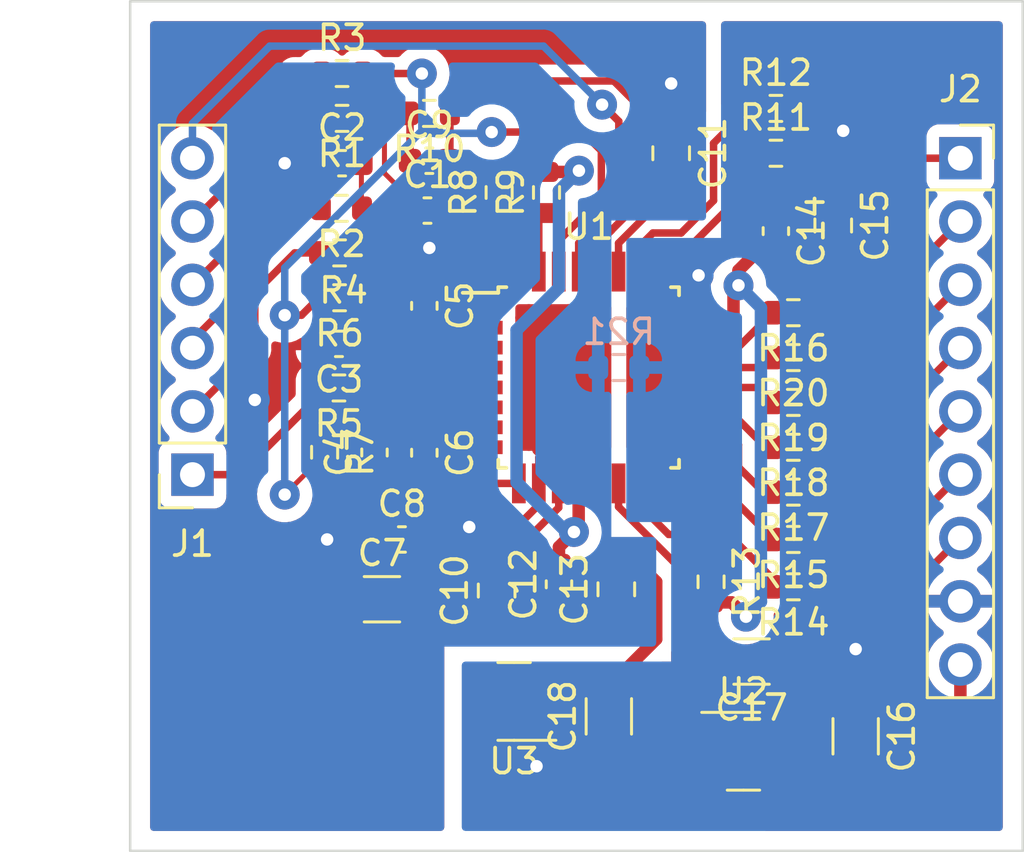
<source format=kicad_pcb>
(kicad_pcb (version 20211014) (generator pcbnew)
  (layers (0 "F.Cu" signal) (31 "B.Cu" signal) (34 "B.Paste" user) (35 "F.Paste" user) (36 "B.SilkS" user "B.Silkscreen") (37 "F.SilkS" user "F.Silkscreen") (38 "B.Mask" user) (39 "F.Mask" user) (44 "Edge.Cuts" user))
  (net 0 "")
  (net 1 "IN1N")
  (net 2 "GNDA")
  (net 3 "IN1P")
  (net 4 "IN2N")
  (net 5 "IN2P")
  (net 6 "Net-(C5-Pad1)")
  (net 7 "Net-(C5-Pad2)")
  (net 8 "Net-(C6-Pad1)")
  (net 9 "Net-(C6-Pad2)")
  (net 10 "Net-(C7-Pad2)")
  (net 11 "RLD")
  (net 12 "Net-(C9-Pad2)")
  (net 13 "Net-(C10-Pad2)")
  (net 14 "Net-(C11-Pad2)")
  (net 15 "AVDD")
  (net 16 "GNDD")
  (net 17 "DVDD")
  (net 18 "Electrode_1_1")
  (net 19 "Electrode_1_2")
  (net 20 "Electrode_2_1")
  (net 21 "Electrode_2_2")
  (net 22 "Net-(R8-Pad1)")
  (net 23 "Net-(R9-Pad1)")
  (net 24 "Net-(R11-Pad1)")
  (net 25 "Net-(R12-Pad1)")
  (net 26 "Net-(R13-Pad1)")
  (net 27 "Net-(R14-Pad2)")
  (net 28 "Net-(R15-Pad2)")
  (net 29 "Net-(R16-Pad2)")
  (net 30 "Net-(R17-Pad2)")
  (net 31 "Net-(R18-Pad2)")
  (net 32 "Net-(R19-Pad2)")
  (net 33 "Net-(R20-Pad2)")
  (net 35 "VCC")
  (net 36 "DRDY")
  (net 37 "DOUT")
  (net 38 "SCLK")
  (net 39 "DIN")
  (net 40 "CS")
  (net 41 "START")
  (net 42 "PWND{slash}RESET")
  (net 43 "Test")
  (net 44 "Net-(J1-Pad5)")
  (footprint "Resistor_SMD:R_0603_1608Metric" (layer "F.Cu") (at 106.1975 49.04 180)
    (fp_text reference "R17" (at 0 -1.43) (layer "F.SilkS"))
    (fp_text value "100R")
    (pad "1" smd roundrect (at -0.825 0 180) (size 0.8 0.95) (layers "F.Cu" "F.Paste" "F.Mask") (net 40 "CS"))
    (pad "2" smd roundrect (at 0.825 0 180) (size 0.8 0.95) (layers "F.Cu" "F.Paste" "F.Mask") (net 30 "Net-(R17-Pad2)"))
  )
  (footprint "Capacitor_SMD:C_1206_3216Metric" (layer "F.Cu") (at 104.5225 55.84 180)
    (fp_text reference "C17" (at 0 -1.85) (layer "F.SilkS"))
    (fp_text value "10uF")
    (pad "1" smd roundrect (at -1.475 0 180) (size 1.15 1.8) (layers "F.Cu" "F.Paste" "F.Mask") (roundrect_rratio 0.2173913043) (net 16 "GNDD"))
    (pad "2" smd roundrect (at 1.475 0 180) (size 1.15 1.8) (layers "F.Cu" "F.Paste" "F.Mask") (roundrect_rratio 0.2173913043) (net 17 "DVDD"))
  )
  (footprint "Resistor_SMD:R_0603_1608Metric" (layer "F.Cu") (at 88.0975 34.04 180)
    (fp_text reference "R1" (at 0 -1.43) (layer "F.SilkS"))
    (fp_text value "100k")
    (pad "1" smd roundrect (at -0.825 0 180) (size 0.8 0.95) (layers "F.Cu" "F.Paste" "F.Mask") (net 1 "IN1N"))
    (pad "2" smd roundrect (at 0.825 0 180) (size 0.8 0.95) (layers "F.Cu" "F.Paste" "F.Mask") (net 18 "Electrode_1_1"))
  )
  (footprint "Capacitor_SMD:C_0805_2012Metric" (layer "F.Cu") (at 107.7975 38.34 -90)
    (fp_text reference "C15" (at 0 -1.68 90) (layer "F.SilkS"))
    (fp_text value "1uF")
    (pad "1" smd roundrect (at -0.95 0 270) (size 1 1.45) (layers "F.Cu" "F.Paste" "F.Mask") (net 16 "GNDD"))
    (pad "2" smd roundrect (at 0.95 0 270) (size 1 1.45) (layers "F.Cu" "F.Paste" "F.Mask") (net 17 "DVDD"))
  )
  (footprint "Resistor_SMD:R_0603_1608Metric" (layer "F.Cu") (at 106.1975 45.44 180)
    (fp_text reference "R19" (at 0 -1.43) (layer "F.SilkS"))
    (fp_text value "100R")
    (pad "1" smd roundrect (at -0.825 0 180) (size 0.8 0.95) (layers "F.Cu" "F.Paste" "F.Mask") (net 38 "SCLK"))
    (pad "2" smd roundrect (at 0.825 0 180) (size 0.8 0.95) (layers "F.Cu" "F.Paste" "F.Mask") (net 32 "Net-(R19-Pad2)"))
  )
  (footprint "Resistor_SMD:R_0603_1608Metric" (layer "F.Cu") (at 106.1975 47.24 180)
    (fp_text reference "R18" (at 0 -1.43) (layer "F.SilkS"))
    (fp_text value "100R")
    (pad "1" smd roundrect (at -0.825 0 180) (size 0.8 0.95) (layers "F.Cu" "F.Paste" "F.Mask") (net 39 "DIN"))
    (pad "2" smd roundrect (at 0.825 0 180) (size 0.8 0.95) (layers "F.Cu" "F.Paste" "F.Mask") (net 31 "Net-(R18-Pad2)"))
  )
  (footprint "Capacitor_SMD:C_0603_1608Metric" (layer "F.Cu") (at 91.3975 41.565 -90)
    (fp_text reference "C5" (at 0 -1.43 90) (layer "F.SilkS"))
    (fp_text value "4.7nF")
    (pad "1" smd roundrect (at -0.775 0 270) (size 0.9 0.95) (layers "F.Cu" "F.Paste" "F.Mask") (net 6 "Net-(C5-Pad1)"))
    (pad "2" smd roundrect (at 0.775 0 270) (size 0.9 0.95) (layers "F.Cu" "F.Paste" "F.Mask") (net 7 "Net-(C5-Pad2)"))
  )
  (footprint "Resistor_SMD:R_0603_1608Metric" (layer "F.Cu") (at 106.1975 43.64 180)
    (fp_text reference "R20" (at 0 -1.43) (layer "F.SilkS"))
    (fp_text value "100R")
    (pad "1" smd roundrect (at -0.825 0 180) (size 0.8 0.95) (layers "F.Cu" "F.Paste" "F.Mask") (net 37 "DOUT"))
    (pad "2" smd roundrect (at 0.825 0 180) (size 0.8 0.95) (layers "F.Cu" "F.Paste" "F.Mask") (net 33 "Net-(R20-Pad2)"))
  )
  (footprint "Resistor_SMD:R_0603_1608Metric" (layer "F.Cu") (at 102.8975 52.64 -90)
    (fp_text reference "R13" (at 0 -1.43 90) (layer "F.SilkS"))
    (fp_text value "10k")
    (pad "1" smd roundrect (at -0.825 0 270) (size 0.8 0.95) (layers "F.Cu" "F.Paste" "F.Mask") (net 26 "Net-(R13-Pad1)"))
    (pad "2" smd roundrect (at 0.825 0 270) (size 0.8 0.95) (layers "F.Cu" "F.Paste" "F.Mask") (net 17 "DVDD"))
  )
  (footprint "Capacitor_SMD:C_0603_1608Metric" (layer "F.Cu") (at 87.9725 43.09 180)
    (fp_text reference "C3" (at 0 -1.43) (layer "F.SilkS"))
    (fp_text value "1nF")
    (pad "1" smd roundrect (at -0.775 0 180) (size 0.9 0.95) (layers "F.Cu" "F.Paste" "F.Mask") (net 4 "IN2N"))
    (pad "2" smd roundrect (at 0.775 0 180) (size 0.9 0.95) (layers "F.Cu" "F.Paste" "F.Mask") (net 2 "GNDA"))
  )
  (footprint "Capacitor_SMD:C_0805_2012Metric" (layer "F.Cu") (at 99.0975 52.94 90)
    (fp_text reference "C13" (at 0 -1.68 90) (layer "F.SilkS"))
    (fp_text value "1uF")
    (pad "1" smd roundrect (at -0.95 0 90) (size 1 1.45) (layers "F.Cu" "F.Paste" "F.Mask") (net 2 "GNDA"))
    (pad "2" smd roundrect (at 0.95 0 90) (size 1 1.45) (layers "F.Cu" "F.Paste" "F.Mask") (net 15 "AVDD"))
  )
  (footprint "Resistor_SMD:R_0603_1608Metric" (layer "F.Cu") (at 106.1975 41.84 180)
    (fp_text reference "R16" (at 0 -1.43) (layer "F.SilkS"))
    (fp_text value "100R")
    (pad "1" smd roundrect (at -0.825 0 180) (size 0.8 0.95) (layers "F.Cu" "F.Paste" "F.Mask") (net 36 "DRDY"))
    (pad "2" smd roundrect (at 0.825 0 180) (size 0.8 0.95) (layers "F.Cu" "F.Paste" "F.Mask") (net 29 "Net-(R16-Pad2)"))
  )
  (footprint "Capacitor_SMD:C_0603_1608Metric" (layer "F.Cu") (at 105.4975 38.565 -90)
    (fp_text reference "C14" (at 0 -1.43 90) (layer "F.SilkS"))
    (fp_text value "100nF")
    (pad "1" smd roundrect (at -0.775 0 270) (size 0.9 0.95) (layers "F.Cu" "F.Paste" "F.Mask") (net 16 "GNDD"))
    (pad "2" smd roundrect (at 0.775 0 270) (size 0.9 0.95) (layers "F.Cu" "F.Paste" "F.Mask") (net 17 "DVDD"))
  )
  (footprint "Resistor_SMD:R_0603_1608Metric" (layer "F.Cu") (at 88.0725 37.65 180)
    (fp_text reference "R2" (at 0 -1.43) (layer "F.SilkS"))
    (fp_text value "100k")
    (pad "1" smd roundrect (at -0.825 0 180) (size 0.8 0.95) (layers "F.Cu" "F.Paste" "F.Mask") (net 3 "IN1P"))
    (pad "2" smd roundrect (at 0.825 0 180) (size 0.8 0.95) (layers "F.Cu" "F.Paste" "F.Mask") (net 19 "Electrode_1_2"))
  )
  (footprint "Capacitor_SMD:C_0805_2012Metric" (layer "F.Cu") (at 101.2975 35.44 -90)
    (fp_text reference "C11" (at 0 -1.68 90) (layer "F.SilkS"))
    (fp_text value "1uF")
    (pad "1" smd roundrect (at -0.95 0 270) (size 1 1.45) (layers "F.Cu" "F.Paste" "F.Mask") (net 2 "GNDA"))
    (pad "2" smd roundrect (at 0.95 0 270) (size 1 1.45) (layers "F.Cu" "F.Paste" "F.Mask") (net 14 "Net-(C11-Pad2)"))
  )
  (footprint "Resistor_SMD:R_0603_1608Metric" (layer "F.Cu") (at 87.9975 39.44 180)
    (fp_text reference "R4" (at -0.16 -1.51) (layer "F.SilkS"))
    (fp_text value "100k")
    (pad "1" smd roundrect (at -0.825 0 180) (size 0.8 0.95) (layers "F.Cu" "F.Paste" "F.Mask") (net 4 "IN2N"))
    (pad "2" smd roundrect (at 0.825 0 180) (size 0.8 0.95) (layers "F.Cu" "F.Paste" "F.Mask") (net 20 "Electrode_2_1"))
  )
  (footprint "Resistor_SMD:R_0603_1608Metric" (layer "F.Cu") (at 87.3975 47.44 -90)
    (fp_text reference "R7" (at 0 -1.43 90) (layer "F.SilkS"))
    (fp_text value "10M")
    (pad "1" smd roundrect (at -0.825 0 270) (size 0.8 0.95) (layers "F.Cu" "F.Paste" "F.Mask") (net 5 "IN2P"))
    (pad "2" smd roundrect (at 0.825 0 270) (size 0.8 0.95) (layers "F.Cu" "F.Paste" "F.Mask") (net 11 "RLD"))
  )
  (footprint "Package_TO_SOT_SMD:SOT-23" (layer "F.Cu") (at 104.1975 59.44)
    (fp_text reference "U2" (at 0 -2.4) (layer "F.SilkS"))
    (fp_text value "MCP1703A-1202_SOT23")
    (pad "1" smd roundrect (at -0.9375 -0.95) (size 1.475 0.6) (layers "F.Cu" "F.Paste" "F.Mask") (net 16 "GNDD"))
    (pad "2" smd roundrect (at -0.9375 0.95) (size 1.475 0.6) (layers "F.Cu" "F.Paste" "F.Mask") (net 17 "DVDD"))
    (pad "3" smd roundrect (at 0.9375 0) (size 1.475 0.6) (layers "F.Cu" "F.Paste" "F.Mask") (net 35 "VCC"))
  )
  (footprint "Connector_PinSocket_2.54mm:PinSocket_1x06_P2.54mm_Vertical" (layer "F.Cu") (at 82.0975 48.34 180)
    (fp_text reference "J1" (at 0 -2.77) (layer "F.SilkS"))
    (fp_text value "Conn_01x06_Female")
    (pad "1" thru_hole rect (at 0 0 180) (size 1.7 1.7) (drill 1) (layers *.Cu *.Mask) (net 21 "Electrode_2_2"))
    (pad "2" thru_hole oval (at 0 2.54 180) (size 1.7 1.7) (drill 1) (layers *.Cu *.Mask) (net 20 "Electrode_2_1"))
    (pad "3" thru_hole oval (at 0 5.08 180) (size 1.7 1.7) (drill 1) (layers *.Cu *.Mask) (net 19 "Electrode_1_2"))
    (pad "4" thru_hole oval (at 0 7.62 180) (size 1.7 1.7) (drill 1) (layers *.Cu *.Mask) (net 18 "Electrode_1_1"))
    (pad "5" thru_hole oval (at 0 10.16 180) (size 1.7 1.7) (drill 1) (layers *.Cu *.Mask) (net 44 "Net-(J1-Pad5)"))
    (pad "6" thru_hole oval (at 0 12.7 180) (size 1.7 1.7) (drill 1) (layers *.Cu *.Mask) (net 43 "Test"))
  )
  (footprint "Connector_PinSocket_2.54mm:PinSocket_1x09_P2.54mm_Vertical" (layer "F.Cu") (at 112.8975 35.64)
    (fp_text reference "J2" (at 0 -2.77) (layer "F.SilkS"))
    (fp_text value "Digital")
    (pad "1" thru_hole rect (at 0 0) (size 1.7 1.7) (drill 1) (layers *.Cu *.Mask) (net 36 "DRDY"))
    (pad "2" thru_hole oval (at 0 2.54) (size 1.7 1.7) (drill 1) (layers *.Cu *.Mask) (net 37 "DOUT"))
    (pad "3" thru_hole oval (at 0 5.08) (size 1.7 1.7) (drill 1) (layers *.Cu *.Mask) (net 38 "SCLK"))
    (pad "4" thru_hole oval (at 0 7.62) (size 1.7 1.7) (drill 1) (layers *.Cu *.Mask) (net 39 "DIN"))
    (pad "5" thru_hole oval (at 0 10.16) (size 1.7 1.7) (drill 1) (layers *.Cu *.Mask) (net 40 "CS"))
    (pad "6" thru_hole oval (at 0 12.7) (size 1.7 1.7) (drill 1) (layers *.Cu *.Mask) (net 41 "START"))
    (pad "7" thru_hole oval (at 0 15.24) (size 1.7 1.7) (drill 1) (layers *.Cu *.Mask) (net 42 "PWND{slash}RESET"))
    (pad "8" thru_hole oval (at 0 17.78) (size 1.7 1.7) (drill 1) (layers *.Cu *.Mask) (net 16 "GNDD"))
    (pad "9" thru_hole oval (at 0 20.32) (size 1.7 1.7) (drill 1) (layers *.Cu *.Mask) (net 35 "VCC"))
  )
  (footprint "Capacitor_SMD:C_1206_3216Metric" (layer "F.Cu") (at 89.6975 53.34)
    (fp_text reference "C7" (at 0 -1.85) (layer "F.SilkS"))
    (fp_text value "10uF")
    (pad "1" smd roundrect (at -1.475 0) (size 1.15 1.8) (layers "F.Cu" "F.Paste" "F.Mask") (roundrect_rratio 0.2173913043) (net 2 "GNDA"))
    (pad "2" smd roundrect (at 1.475 0) (size 1.15 1.8) (layers "F.Cu" "F.Paste" "F.Mask") (roundrect_rratio 0.2173913043) (net 10 "Net-(C7-Pad2)"))
  )
  (footprint "Resistor_SMD:R_0603_1608Metric" (layer "F.Cu") (at 91.5975 33.84 180)
    (fp_text reference "R10" (at 0 -1.43) (layer "F.SilkS"))
    (fp_text value "1M")
    (pad "1" smd roundrect (at -0.825 0 180) (size 0.8 0.95) (layers "F.Cu" "F.Paste" "F.Mask") (net 12 "Net-(C9-Pad2)"))
    (pad "2" smd roundrect (at 0.825 0 180) (size 0.8 0.95) (layers "F.Cu" "F.Paste" "F.Mask") (net 11 "RLD"))
  )
  (footprint "Resistor_SMD:R_0603_1608Metric" (layer "F.Cu") (at 106.1975 50.94 180)
    (fp_text reference "R15" (at 0 -1.43) (layer "F.SilkS"))
    (fp_text value "100R")
    (pad "1" smd roundrect (at -0.825 0 180) (size 0.8 0.95) (layers "F.Cu" "F.Paste" "F.Mask") (net 41 "START"))
    (pad "2" smd roundrect (at 0.825 0 180) (size 0.8 0.95) (layers "F.Cu" "F.Paste" "F.Mask") (net 28 "Net-(R15-Pad2)"))
  )
  (footprint "Resistor_SMD:R_0603_1608Metric" (layer "F.Cu") (at 105.4975 33.64)
    (fp_text reference "R12" (at 0 -1.43) (layer "F.SilkS"))
    (fp_text value "10k")
    (pad "1" smd roundrect (at -0.825 0) (size 0.8 0.95) (layers "F.Cu" "F.Paste" "F.Mask") (net 25 "Net-(R12-Pad1)"))
    (pad "2" smd roundrect (at 0.825 0) (size 0.8 0.95) (layers "F.Cu" "F.Paste" "F.Mask") (net 16 "GNDD"))
  )
  (footprint "Capacitor_SMD:C_0603_1608Metric" (layer "F.Cu") (at 88.0975 35.84)
    (fp_text reference "C2" (at 0 -1.43) (layer "F.SilkS"))
    (fp_text value "1nF")
    (pad "1" smd roundrect (at -0.775 0) (size 0.9 0.95) (layers "F.Cu" "F.Paste" "F.Mask") (net 2 "GNDA"))
    (pad "2" smd roundrect (at 0.775 0) (size 0.9 0.95) (layers "F.Cu" "F.Paste" "F.Mask") (net 3 "IN1P"))
  )
  (footprint "Resistor_SMD:R_0603_1608Metric" (layer "F.Cu") (at 94.3975 37.015 90)
    (fp_text reference "R8" (at 0 -1.43 90) (layer "F.SilkS"))
    (fp_text value "10k")
    (pad "1" smd roundrect (at -0.825 0 90) (size 0.8 0.95) (layers "F.Cu" "F.Paste" "F.Mask") (net 22 "Net-(R8-Pad1)"))
    (pad "2" smd roundrect (at 0.825 0 90) (size 0.8 0.95) (layers "F.Cu" "F.Paste" "F.Mask") (net 15 "AVDD"))
  )
  (footprint "Package_QFP:TQFP-32_7x7mm_P0.8mm" (layer "F.Cu") (at 97.9875 44.44)
    (fp_text reference "U1" (at 0 -6.05) (layer "F.SilkS"))
    (fp_text value "ADS1292-TQFP-32")
    (pad "1" smd rect (at -4.25 -2.8) (size 1.6 0.55) (layers "F.Cu" "F.Paste" "F.Mask") (net 6 "Net-(C5-Pad1)"))
    (pad "2" smd rect (at -4.25 -2) (size 1.6 0.55) (layers "F.Cu" "F.Paste" "F.Mask") (net 7 "Net-(C5-Pad2)"))
    (pad "3" smd rect (at -4.25 -1.2) (size 1.6 0.55) (layers "F.Cu" "F.Paste" "F.Mask") (net 1 "IN1N"))
    (pad "4" smd rect (at -4.25 -0.4) (size 1.6 0.55) (layers "F.Cu" "F.Paste" "F.Mask") (net 3 "IN1P"))
    (pad "5" smd rect (at -4.25 0.4) (size 1.6 0.55) (layers "F.Cu" "F.Paste" "F.Mask") (net 4 "IN2N"))
    (pad "6" smd rect (at -4.25 1.2) (size 1.6 0.55) (layers "F.Cu" "F.Paste" "F.Mask") (net 5 "IN2P"))
    (pad "7" smd rect (at -4.25 2) (size 1.6 0.55) (layers "F.Cu" "F.Paste" "F.Mask") (net 8 "Net-(C6-Pad1)"))
    (pad "8" smd rect (at -4.25 2.8) (size 1.6 0.55) (layers "F.Cu" "F.Paste" "F.Mask") (net 9 "Net-(C6-Pad2)"))
    (pad "9" smd rect (at -2.8 4.25 90) (size 1.6 0.55) (layers "F.Cu" "F.Paste" "F.Mask") (net 10 "Net-(C7-Pad2)"))
    (pad "10" smd rect (at -2 4.25 90) (size 1.6 0.55) (layers "F.Cu" "F.Paste" "F.Mask") (net 2 "GNDA"))
    (pad "11" smd rect (at -1.2 4.25 90) (size 1.6 0.55) (layers "F.Cu" "F.Paste" "F.Mask") (net 13 "Net-(C10-Pad2)"))
    (pad "12" smd rect (at -0.4 4.25 90) (size 1.6 0.55) (layers "F.Cu" "F.Paste" "F.Mask") (net 15 "AVDD"))
    (pad "13" smd rect (at 0.4 4.25 90) (size 1.6 0.55) (layers "F.Cu" "F.Paste" "F.Mask") (net 2 "GNDA"))
    (pad "14" smd rect (at 1.2 4.25 90) (size 1.6 0.55) (layers "F.Cu" "F.Paste" "F.Mask") (net 26 "Net-(R13-Pad1)"))
    (pad "15" smd rect (at 2 4.25 90) (size 1.6 0.55) (layers "F.Cu" "F.Paste" "F.Mask") (net 27 "Net-(R14-Pad2)"))
    (pad "16" smd rect (at 2.8 4.25 90) (size 1.6 0.55) (layers "F.Cu" "F.Paste" "F.Mask") (net 28 "Net-(R15-Pad2)"))
    (pad "17" smd rect (at 4.25 2.8) (size 1.6 0.55) (layers "F.Cu" "F.Paste" "F.Mask"))
    (pad "18" smd rect (at 4.25 2) (size 1.6 0.55) (layers "F.Cu" "F.Paste" "F.Mask") (net 30 "Net-(R17-Pad2)"))
    (pad "19" smd rect (at 4.25 1.2) (size 1.6 0.55) (layers "F.Cu" "F.Paste" "F.Mask") (net 31 "Net-(R18-Pad2)"))
    (pad "20" smd rect (at 4.25 0.4) (size 1.6 0.55) (layers "F.Cu" "F.Paste" "F.Mask") (net 32 "Net-(R19-Pad2)"))
    (pad "21" smd rect (at 4.25 -0.4) (size 1.6 0.55) (layers "F.Cu" "F.Paste" "F.Mask") (net 33 "Net-(R20-Pad2)"))
    (pad "22" smd rect (at 4.25 -1.2) (size 1.6 0.55) (layers "F.Cu" "F.Paste" "F.Mask") (net 29 "Net-(R16-Pad2)"))
    (pad "23" smd rect (at 4.25 -2) (size 1.6 0.55) (layers "F.Cu" "F.Paste" "F.Mask") (net 17 "DVDD"))
    (pad "24" smd rect (at 4.25 -2.8) (size 1.6 0.55) (layers "F.Cu" "F.Paste" "F.Mask") (net 16 "GNDD"))
    (pad "25" smd rect (at 2.8 -4.25 90) (size 1.6 0.55) (layers "F.Cu" "F.Paste" "F.Mask") (net 24 "Net-(R11-Pad1)"))
    (pad "26" smd rect (at 2 -4.25 90) (size 1.6 0.55) (layers "F.Cu" "F.Paste" "F.Mask") (net 25 "Net-(R12-Pad1)"))
    (pad "27" smd rect (at 1.2 -4.25 90) (size 1.6 0.55) (layers "F.Cu" "F.Paste" "F.Mask") (net 14 "Net-(C11-Pad2)"))
    (pad "28" smd rect (at 0.4 -4.25 90) (size 1.6 0.55) (layers "F.Cu" "F.Paste" "F.Mask") (net 12 "Net-(C9-Pad2)"))
    (pad "29" smd rect (at -0.4 -4.25 90) (size 1.6 0.55) (layers "F.Cu" "F.Paste" "F.Mask") (net 43 "Test"))
    (pad "30" smd rect (at -1.2 -4.25 90) (size 1.6 0.55) (layers "F.Cu" "F.Paste" "F.Mask") (net 11 "RLD"))
    (pad "31" smd rect (at -2 -4.25 90) (size 1.6 0.55) (layers "F.Cu" "F.Paste" "F.Mask") (net 23 "Net-(R9-Pad1)"))
    (pad "32" smd rect (at -2.8 -4.25 90) (size 1.6 0.55) (layers "F.Cu" "F.Paste" "F.Mask") (net 22 "Net-(R8-Pad1)"))
  )
  (footprint "Capacitor_SMD:C_0603_1608Metric" (layer "F.Cu") (at 91.5975 35.74)
    (fp_text reference "C9" (at 0 -1.43) (layer "F.SilkS"))
    (fp_text value "1.5nF")
    (pad "1" smd roundrect (at -0.775 0) (size 0.9 0.95) (layers "F.Cu" "F.Paste" "F.Mask") (net 11 "RLD"))
    (pad "2" smd roundrect (at 0.775 0) (size 0.9 0.95) (layers "F.Cu" "F.Paste" "F.Mask") (net 12 "Net-(C9-Pad2)"))
  )
  (footprint "Capacitor_SMD:C_0805_2012Metric" (layer "F.Cu") (at 94.2975 52.99 90)
    (fp_text reference "C10" (at 0 -1.68 90) (layer "F.SilkS"))
    (fp_text value "1uF")
    (pad "1" smd roundrect (at -0.95 0 90) (size 1 1.45) (layers "F.Cu" "F.Paste" "F.Mask") (net 2 "GNDA"))
    (pad "2" smd roundrect (at 0.95 0 90) (size 1 1.45) (layers "F.Cu" "F.Paste" "F.Mask") (net 13 "Net-(C10-Pad2)"))
  )
  (footprint "Capacitor_SMD:C_0603_1608Metric" (layer "F.Cu") (at 96.7975 52.74 90)
    (fp_text reference "C12" (at 0 -1.43 90) (layer "F.SilkS"))
    (fp_text value "100nF")
    (pad "1" smd roundrect (at -0.775 0 90) (size 0.9 0.95) (layers "F.Cu" "F.Paste" "F.Mask") (net 2 "GNDA"))
    (pad "2" smd roundrect (at 0.775 0 90) (size 0.9 0.95) (layers "F.Cu" "F.Paste" "F.Mask") (net 15 "AVDD"))
  )
  (footprint "Resistor_SMD:R_0603_1608Metric" (layer "F.Cu") (at 87.9975 41.24 180)
    (fp_text reference "R6" (at 0 -1.43) (layer "F.SilkS"))
    (fp_text value "10M")
    (pad "1" smd roundrect (at -0.825 0 180) (size 0.8 0.95) (layers "F.Cu" "F.Paste" "F.Mask") (net 4 "IN2N"))
    (pad "2" smd roundrect (at 0.825 0 180) (size 0.8 0.95) (layers "F.Cu" "F.Paste" "F.Mask") (net 11 "RLD"))
  )
  (footprint "Capacitor_SMD:C_1206_3216Metric" (layer "F.Cu") (at 108.6975 58.84 -90)
    (fp_text reference "C16" (at 0 -1.85 90) (layer "F.SilkS"))
    (fp_text value "10uF")
    (pad "1" smd roundrect (at -1.475 0 270) (size 1.15 1.8) (layers "F.Cu" "F.Paste" "F.Mask") (roundrect_rratio 0.2173913043) (net 16 "GNDD"))
    (pad "2" smd roundrect (at 1.475 0 270) (size 1.15 1.8) (layers "F.Cu" "F.Paste" "F.Mask") (roundrect_rratio 0.2173913043) (net 35 "VCC"))
  )
  (footprint "Capacitor_SMD:C_1206_3216Metric" (layer "F.Cu") (at 98.7975 58.04 90)
    (fp_text reference "C18" (at 0 -1.85 90) (layer "F.SilkS"))
    (fp_text value "10uF")
    (pad "1" smd roundrect (at -1.475 0 90) (size 1.15 1.8) (layers "F.Cu" "F.Paste" "F.Mask") (roundrect_rratio 0.2173913043) (net 16 "GNDD"))
    (pad "2" smd roundrect (at 1.475 0 90) (size 1.15 1.8) (layers "F.Cu" "F.Paste" "F.Mask") (roundrect_rratio 0.2173913043) (net 15 "AVDD"))
  )
  (footprint "Capacitor_SMD:C_0603_1608Metric" (layer "F.Cu") (at 91.3975 47.46 -90)
    (fp_text reference "C6" (at 0 -1.43 90) (layer "F.SilkS"))
    (fp_text value "4.7nF")
    (pad "1" smd roundrect (at -0.775 0 270) (size 0.9 0.95) (layers "F.Cu" "F.Paste" "F.Mask") (net 8 "Net-(C6-Pad1)"))
    (pad "2" smd roundrect (at 0.775 0 270) (size 0.9 0.95) (layers "F.Cu" "F.Paste" "F.Mask") (net 9 "Net-(C6-Pad2)"))
  )
  (footprint "Resistor_SMD:R_0603_1608Metric" (layer "F.Cu") (at 106.1975 52.84 180)
    (fp_text reference "R14" (at 0 -1.43) (layer "F.SilkS"))
    (fp_text value "100R")
    (pad "1" smd roundrect (at -0.825 0 180) (size 0.8 0.95) (layers "F.Cu" "F.Paste" "F.Mask") (net 42 "PWND{slash}RESET"))
    (pad "2" smd roundrect (at 0.825 0 180) (size 0.8 0.95) (layers "F.Cu" "F.Paste" "F.Mask") (net 27 "Net-(R14-Pad2)"))
  )
  (footprint "Capacitor_SMD:C_0603_1608Metric" (layer "F.Cu") (at 90.4975 50.94)
    (fp_text reference "C8" (at 0 -1.43) (layer "F.SilkS"))
    (fp_text value "100nF")
    (pad "1" smd roundrect (at -0.775 0) (size 0.9 0.95) (layers "F.Cu" "F.Paste" "F.Mask") (net 2 "GNDA"))
    (pad "2" smd roundrect (at 0.775 0) (size 0.9 0.95) (layers "F.Cu" "F.Paste" "F.Mask") (net 10 "Net-(C7-Pad2)"))
  )
  (footprint "Capacitor_SMD:C_0603_1608Metric" (layer "F.Cu") (at 91.5225 37.74)
    (fp_text reference "C1" (at 0 -1.43) (layer "F.SilkS"))
    (fp_text value "1nF")
    (pad "1" smd roundrect (at -0.775 0) (size 0.9 0.95) (layers "F.Cu" "F.Paste" "F.Mask") (net 1 "IN1N"))
    (pad "2" smd roundrect (at 0.775 0) (size 0.9 0.95) (layers "F.Cu" "F.Paste" "F.Mask") (net 2 "GNDA"))
  )
  (footprint "Package_TO_SOT_SMD:SOT-23" (layer "F.Cu") (at 94.9975 57.44 180)
    (fp_text reference "U3" (at 0 -2.4) (layer "F.SilkS"))
    (fp_text value "MCP1703A-1202_SOT23")
    (pad "1" smd roundrect (at -0.9375 -0.95 180) (size 1.475 0.6) (layers "F.Cu" "F.Paste" "F.Mask") (net 16 "GNDD"))
    (pad "2" smd roundrect (at -0.9375 0.95 180) (size 1.475 0.6) (layers "F.Cu" "F.Paste" "F.Mask") (net 15 "AVDD"))
    (pad "3" smd roundrect (at 0.9375 0 180) (size 1.475 0.6) (layers "F.Cu" "F.Paste" "F.Mask") (net 35 "VCC"))
  )
  (footprint "Resistor_SMD:R_0603_1608Metric" (layer "F.Cu") (at 105.4975 35.44)
    (fp_text reference "R11" (at 0 -1.43) (layer "F.SilkS"))
    (fp_text value "10k")
    (pad "1" smd roundrect (at -0.825 0) (size 0.8 0.95) (layers "F.Cu" "F.Paste" "F.Mask") (net 24 "Net-(R11-Pad1)"))
    (pad "2" smd roundrect (at 0.825 0) (size 0.8 0.95) (layers "F.Cu" "F.Paste" "F.Mask") (net 16 "GNDD"))
  )
  (footprint "Capacitor_SMD:C_0603_1608Metric" (layer "F.Cu") (at 89.3975 47.45 90)
    (fp_text reference "C4" (at 0 -1.43 90) (layer "F.SilkS"))
    (fp_text value "1nF")
    (pad "1" smd roundrect (at -0.775 0 90) (size 0.9 0.95) (layers "F.Cu" "F.Paste" "F.Mask") (net 2 "GNDA"))
    (pad "2" smd roundrect (at 0.775 0 90) (size 0.9 0.95) (layers "F.Cu" "F.Paste" "F.Mask") (net 5 "IN2P"))
  )
  (footprint "Resistor_SMD:R_0603_1608Metric" (layer "F.Cu") (at 87.9725 44.86 180)
    (fp_text reference "R5" (at 0 -1.43) (layer "F.SilkS"))
    (fp_text value "100k")
    (pad "1" smd roundrect (at -0.825 0 180) (size 0.8 0.95) (layers "F.Cu" "F.Paste" "F.Mask") (net 5 "IN2P"))
    (pad "2" smd roundrect (at 0.825 0 180) (size 0.8 0.95) (layers "F.Cu" "F.Paste" "F.Mask") (net 21 "Electrode_2_2"))
  )
  (footprint "Resistor_SMD:R_0603_1608Metric" (layer "F.Cu") (at 88.0975 32.24)
    (fp_text reference "R3" (at 0 -1.43) (layer "F.SilkS"))
    (fp_text value "100k")
    (pad "1" smd roundrect (at -0.825 0) (size 0.8 0.95) (layers "F.Cu" "F.Paste" "F.Mask") (net 44 "Net-(J1-Pad5)"))
    (pad "2" smd roundrect (at 0.825 0) (size 0.8 0.95) (layers "F.Cu" "F.Paste" "F.Mask") (net 11 "RLD"))
  )
  (footprint "Resistor_SMD:R_0603_1608Metric" (layer "F.Cu") (at 96.2975 37.015 90)
    (fp_text reference "R9" (at 0 -1.43 90) (layer "F.SilkS"))
    (fp_text value "10k")
    (pad "1" smd roundrect (at -0.825 0 90) (size 0.8 0.95) (layers "F.Cu" "F.Paste" "F.Mask") (net 23 "Net-(R9-Pad1)"))
    (pad "2" smd roundrect (at 0.825 0 90) (size 0.8 0.95) (layers "F.Cu" "F.Paste" "F.Mask") (net 15 "AVDD"))
  )
  (footprint "Resistor_SMD:R_0603_1608Metric" (layer "B.Cu") (at 99.1975 44.04 180)
    (fp_text reference "R21" (at 0 1.43) (layer "B.SilkS") (effects (justify mirror)))
    (fp_text value "0R")
    (pad "1" smd roundrect (at -0.825 0 180) (size 0.8 0.95) (layers "B.Cu" "B.Paste" "B.Mask") (net 16 "GNDD"))
    (pad "2" smd roundrect (at 0.825 0 180) (size 0.8 0.95) (layers "B.Cu" "B.Paste" "B.Mask") (net 2 "GNDA"))
  )
  (gr_rect (start 79.5975 29.34) (end 115.3975 63.44) (layer "Edge.Cuts") (width 0.1) (fill none))
  (segment (start 90.7975 43.24) (end 90.2975 42.74) (width 0.2) (layer "F.Cu") (net 1))
  (segment (start 89.7975 36.24) (end 89.7975 34.915) (width 0.2) (layer "F.Cu") (net 1))
  (segment (start 90.2975 38.19) (end 90.7475 37.74) (width 0.2) (layer "F.Cu") (net 1))
  (segment (start 90.7475 37.74) (end 90.7475 37.19) (width 0.2) (layer "F.Cu") (net 1))
  (segment (start 93.7375 43.24) (end 90.7975 43.24) (width 0.2) (layer "F.Cu") (net 1))
  (segment (start 90.2975 42.74) (end 90.2975 38.19) (width 0.2) (layer "F.Cu") (net 1))
  (segment (start 89.7975 34.915) (end 88.9225 34.04) (width 0.2) (layer "F.Cu") (net 1))
  (segment (start 90.7475 37.19) (end 89.7975 36.24) (width 0.2) (layer "F.Cu") (net 1))
  (segment (start 95.9875 49.55) (end 95.9875 48.69) (width 0.3) (layer "F.Cu") (net 2))
  (segment (start 95.9875 48.69) (end 95.9875 47.65) (width 0.3) (layer "F.Cu") (net 2))
  (segment (start 97.8975 47.04) (end 98.3875 47.53) (width 0.3) (layer "F.Cu") (net 2))
  (segment (start 96.5975 47.04) (end 97.8975 47.04) (width 0.3) (layer "F.Cu") (net 2))
  (segment (start 95.0975 50.44) (end 95.9875 49.55) (width 0.3) (layer "F.Cu") (net 2))
  (segment (start 93.1975 50.44) (end 95.0975 50.44) (width 0.3) (layer "F.Cu") (net 2))
  (segment (start 98.3875 47.53) (end 98.3875 48.69) (width 0.3) (layer "F.Cu") (net 2))
  (segment (start 95.9875 47.65) (end 96.5975 47.04) (width 0.3) (layer "F.Cu") (net 2))
  (via (at 87.4975 50.94) (size 1.2) (drill 0.5) (layers "F.Cu" "B.Cu") (net 2))
  (via (at 101.2975 32.64) (size 1.2) (drill 0.5) (layers "F.Cu" "B.Cu") (net 2))
  (via (at 91.5975 39.24) (size 1.2) (drill 0.5) (layers "F.Cu" "B.Cu") (net 2))
  (via (at 85.7975 35.84) (size 1.2) (drill 0.5) (layers "F.Cu" "B.Cu") (net 2))
  (via (at 84.5975 45.34) (size 1.2) (drill 0.5) (layers "F.Cu" "B.Cu") (net 2))
  (via (at 93.1975 50.44) (size 1.2) (drill 0.5) (layers "F.Cu" "B.Cu") (net 2))
  (segment (start 88.8725 37.625) (end 88.8975 37.65) (width 0.2) (layer "F.Cu") (net 3))
  (segment (start 89.1075 37.65) (end 88.8975 37.65) (width 0.2) (layer "F.Cu") (net 3))
  (segment (start 88.8725 35.84) (end 88.8725 37.625) (width 0.2) (layer "F.Cu") (net 3))
  (segment (start 90.4975 44.04) (end 89.6975 43.24) (width 0.2) (layer "F.Cu") (net 3))
  (segment (start 89.6975 38.45) (end 88.8975 37.65) (width 0.2) (layer "F.Cu") (net 3))
  (segment (start 93.7375 44.04) (end 90.4975 44.04) (width 0.2) (layer "F.Cu") (net 3))
  (segment (start 89.6975 43.24) (end 89.6975 38.45) (width 0.2) (layer "F.Cu") (net 3))
  (segment (start 88.8225 41.24) (end 88.8225 39.44) (width 0.2) (layer "F.Cu") (net 4))
  (segment (start 88.7475 43.39) (end 88.7475 43.09) (width 0.2) (layer "F.Cu") (net 4))
  (segment (start 88.8475 39.49) (end 88.8975 39.44) (width 0.2) (layer "F.Cu") (net 4))
  (segment (start 88.7475 41.315) (end 88.8225 41.24) (width 0.2) (layer "F.Cu") (net 4))
  (segment (start 88.7475 43.09) (end 88.7475 41.315) (width 0.2) (layer "F.Cu") (net 4))
  (segment (start 90.1975 44.84) (end 88.7475 43.39) (width 0.2) (layer "F.Cu") (net 4))
  (segment (start 93.7375 44.84) (end 90.1975 44.84) (width 0.2) (layer "F.Cu") (net 4))
  (segment (start 89.5775 45.64) (end 89.5775 46.495) (width 0.2) (layer "F.Cu") (net 5))
  (segment (start 87.3975 46.615) (end 89.3375 46.615) (width 0.2) (layer "F.Cu") (net 5))
  (segment (start 89.3375 46.615) (end 89.3975 46.675) (width 0.2) (layer "F.Cu") (net 5))
  (segment (start 89.5775 46.495) (end 89.3975 46.675) (width 0.2) (layer "F.Cu") (net 5))
  (segment (start 93.7375 45.64) (end 89.5775 45.64) (width 0.2) (layer "F.Cu") (net 5))
  (segment (start 89.5775 45.64) (end 88.7975 44.86) (width 0.2) (layer "F.Cu") (net 5))
  (segment (start 92.2475 41.64) (end 91.3975 40.79) (width 0.3) (layer "F.Cu") (net 6))
  (segment (start 93.7375 41.64) (end 92.2475 41.64) (width 0.3) (layer "F.Cu") (net 6))
  (segment (start 91.4975 42.44) (end 91.3975 42.34) (width 0.3) (layer "F.Cu") (net 7))
  (segment (start 93.7375 42.44) (end 91.4975 42.44) (width 0.3) (layer "F.Cu") (net 7))
  (segment (start 93.7375 46.44) (end 91.6425 46.44) (width 0.3) (layer "F.Cu") (net 8))
  (segment (start 91.6425 46.44) (end 91.3975 46.685) (width 0.3) (layer "F.Cu") (net 8))
  (segment (start 93.7375 47.24) (end 92.3925 47.24) (width 0.3) (layer "F.Cu") (net 9))
  (segment (start 92.3925 47.24) (end 91.3975 48.235) (width 0.3) (layer "F.Cu") (net 9))
  (segment (start 91.3975 52.44) (end 91.2975 52.54) (width 0.3) (layer "F.Cu") (net 10))
  (segment (start 92.8475 48.69) (end 91.3975 50.14) (width 0.3) (layer "F.Cu") (net 10))
  (segment (start 95.1875 48.69) (end 92.8475 48.69) (width 0.3) (layer "F.Cu") (net 10))
  (segment (start 91.3975 50.14) (end 91.3975 52.44) (width 0.3) (layer "F.Cu") (net 10))
  (segment (start 94.0975 34.5895) (end 97.747 34.5895) (width 0.3) (layer "F.Cu") (net 11))
  (segment (start 88.9225 32.24) (end 91.2975 32.24) (width 0.3) (layer "F.Cu") (net 11))
  (segment (start 96.7875 38.95) (end 96.7875 40.19) (width 0.3) (layer "F.Cu") (net 11))
  (segment (start 87.3975 48.265) (end 87.8075 48.265) (width 0.2) (layer "F.Cu") (net 11))
  (segment (start 85.7975 41.94) (end 86.4725 41.94) (width 0.3) (layer "F.Cu") (net 11))
  (segment (start 98.4975 37.24) (end 96.7875 38.95) (width 0.3) (layer "F.Cu") (net 11))
  (segment (start 86.6725 48.265) (end 87.3975 48.265) (width 0.2) (layer "F.Cu") (net 11))
  (segment (start 86.4725 41.94) (end 87.1725 41.24) (width 0.3) (layer "F.Cu") (net 11))
  (segment (start 97.747 34.5895) (end 98.4975 35.34) (width 0.3) (layer "F.Cu") (net 11))
  (segment (start 90.8225 33.89) (end 90.7725 33.84) (width 0.3) (layer "F.Cu") (net 11))
  (segment (start 98.4975 35.34) (end 98.4975 37.24) (width 0.3) (layer "F.Cu") (net 11))
  (segment (start 90.8225 35.74) (end 90.8225 33.89) (width 0.3) (layer "F.Cu") (net 11))
  (segment (start 85.7975 49.14) (end 86.6725 48.265) (width 0.2) (layer "F.Cu") (net 11))
  (via (at 91.2975 32.24) (size 1.2) (drill 0.5) (layers "F.Cu" "B.Cu") (net 11))
  (via (at 85.7975 49.14) (size 1.2) (drill 0.5) (layers "F.Cu" "B.Cu") (net 11))
  (via (at 94.0975 34.5895) (size 1.2) (drill 0.5) (layers "F.Cu" "B.Cu") (net 11))
  (via (at 85.7975 41.94) (size 1.2) (drill 0.5) (layers "F.Cu" "B.Cu") (net 11))
  (segment (start 91.9975 34.64) (end 92.0975 34.64) (width 0.3) (layer "B.Cu") (net 11))
  (segment (start 91.2975 32.24) (end 91.2975 33.84) (width 0.3) (layer "B.Cu") (net 11))
  (segment (start 85.7975 41.94) (end 85.7975 49.14) (width 0.3) (layer "B.Cu") (net 11))
  (segment (start 94.047 34.64) (end 94.0975 34.5895) (width 0.3) (layer "B.Cu") (net 11))
  (segment (start 91.2975 33.84) (end 91.2975 34.14) (width 0.3) (layer "B.Cu") (net 11))
  (segment (start 91.1975 34.64) (end 91.9975 34.64) (width 0.3) (layer "B.Cu") (net 11))
  (segment (start 91.2975 33.84) (end 92.0975 34.64) (width 0.3) (layer "B.Cu") (net 11))
  (segment (start 91.2975 34.14) (end 91.7975 34.64) (width 0.3) (layer "B.Cu") (net 11))
  (segment (start 91.7975 34.64) (end 91.9975 34.64) (width 0.3) (layer "B.Cu") (net 11))
  (segment (start 91.2975 34.54) (end 91.1975 34.64) (width 0.3) (layer "B.Cu") (net 11))
  (segment (start 85.7975 40.04) (end 91.1975 34.64) (width 0.3) (layer "B.Cu") (net 11))
  (segment (start 85.7975 41.94) (end 85.7975 40.04) (width 0.3) (layer "B.Cu") (net 11))
  (segment (start 92.0975 34.64) (end 94.047 34.64) (width 0.3) (layer "B.Cu") (net 11))
  (segment (start 91.2975 34.14) (end 91.2975 34.54) (width 0.3) (layer "B.Cu") (net 11))
  (segment (start 99.7975 37.633572) (end 99.7975 33.34) (width 0.3) (layer "F.Cu") (net 12))
  (segment (start 93.7225 32.54) (end 92.4225 33.84) (width 0.3) (layer "F.Cu") (net 12))
  (segment (start 98.3875 40.19) (end 98.3875 39.05) (width 0.3) (layer "F.Cu") (net 12))
  (segment (start 98.9975 32.54) (end 93.7225 32.54) (width 0.3) (layer "F.Cu") (net 12))
  (segment (start 92.4225 35.69) (end 92.3725 35.74) (width 0.3) (layer "F.Cu") (net 12))
  (segment (start 92.4225 33.84) (end 92.4225 35.69) (width 0.3) (layer "F.Cu") (net 12))
  (segment (start 98.3875 39.05) (end 98.89798 38.53952) (width 0.3) (layer "F.Cu") (net 12))
  (segment (start 98.89798 38.53952) (end 98.89798 38.533093) (width 0.3) (layer "F.Cu") (net 12))
  (segment (start 99.7975 33.34) (end 98.9975 32.54) (width 0.3) (layer "F.Cu") (net 12))
  (segment (start 98.89798 38.533093) (end 99.7975 37.633572) (width 0.3) (layer "F.Cu") (net 12))
  (segment (start 94.2975 52.04) (end 94.4075 52.04) (width 0.3) (layer "F.Cu") (net 13))
  (segment (start 94.4075 52.04) (end 96.7875 49.66) (width 0.3) (layer "F.Cu") (net 13))
  (segment (start 96.7875 49.66) (end 96.7875 48.69) (width 0.3) (layer "F.Cu") (net 13))
  (segment (start 99.1875 39.05) (end 101.2975 36.94) (width 0.3) (layer "F.Cu") (net 14))
  (segment (start 101.2975 36.94) (end 101.2975 36.39) (width 0.3) (layer "F.Cu") (net 14))
  (segment (start 99.1875 40.19) (end 99.1875 39.05) (width 0.3) (layer "F.Cu") (net 14))
  (segment (start 100.6975 52.64) (end 100.0475 51.99) (width 0.5) (layer "F.Cu") (net 15))
  (segment (start 99.0725 56.565) (end 100.6975 54.94) (width 0.5) (layer "F.Cu") (net 15))
  (segment (start 97.3975 50.64) (end 97.5875 50.45) (width 0.5) (layer "F.Cu") (net 15))
  (segment (start 97.3975 50.64) (end 96.7975 51.24) (width 0.5) (layer "F.Cu") (net 15))
  (segment (start 94.3975 36.19) (end 96.2975 36.19) (width 0.5) (layer "F.Cu") (net 15))
  (segment (start 97.498 36.24) (end 97.448 36.19) (width 0.5) (layer "F.Cu") (net 15))
  (segment (start 100.6975 54.94) (end 100.6975 52.64) (width 0.5) (layer "F.Cu") (net 15))
  (segment (start 98.7225 56.49) (end 98.7975 56.565) (width 0.5) (layer "F.Cu") (net 15))
  (segment (start 100.0475 51.99) (end 99.0975 51.99) (width 0.5) (layer "F.Cu") (net 15))
  (segment (start 96.7975 51.24) (end 96.7975 51.965) (width 0.5) (layer "F.Cu") (net 15))
  (segment (start 95.935 56.49) (end 98.7225 56.49) (width 0.5) (layer "F.Cu") (net 15))
  (segment (start 98.7975 56.565) (end 99.0725 56.565) (width 0.5) (layer "F.Cu") (net 15))
  (segment (start 96.7975 51.965) (end 99.0725 51.965) (width 0.5) (layer "F.Cu") (net 15))
  (segment (start 97.5875 50.45) (end 97.5875 48.69) (width 0.5) (layer "F.Cu") (net 15))
  (segment (start 97.448 36.19) (end 96.2975 36.19) (width 0.5) (layer "F.Cu") (net 15))
  (segment (start 99.0725 51.965) (end 99.0975 51.99) (width 0.5) (layer "F.Cu") (net 15))
  (via (at 97.3975 50.64) (size 1.2) (drill 0.5) (layers "F.Cu" "B.Cu") (net 15))
  (via (at 97.5975 36.14) (size 1.2) (drill 0.5) (layers "F.Cu" "B.Cu") (net 15))
  (segment (start 97.3975 50.64) (end 97.0975 50.64) (width 0.5) (layer "B.Cu") (net 15))
  (segment (start 95.0975 48.64) (end 95.0975 42.54) (width 0.5) (layer "B.Cu") (net 15))
  (segment (start 97.0975 50.64) (end 95.0975 48.64) (width 0.5) (layer "B.Cu") (net 15))
  (segment (start 96.7975 36.9405) (end 97.498 36.24) (width 0.5) (layer "B.Cu") (net 15))
  (segment (start 95.0975 42.54) (end 96.7975 40.84) (width 0.5) (layer "B.Cu") (net 15))
  (segment (start 96.7975 40.84) (end 96.7975 36.9405) (width 0.5) (layer "B.Cu") (net 15))
  (segment (start 102.2375 41.64) (end 101.0975 41.64) (width 0.3) (layer "F.Cu") (net 16))
  (via (at 95.8975 60.04) (size 1.2) (drill 0.5) (layers "F.Cu" "B.Cu") (net 16))
  (via (at 108.1975 34.54) (size 1.2) (drill 0.5) (layers "F.Cu" "B.Cu") (net 16))
  (via (at 108.6975 55.34) (size 1.2) (drill 0.5) (layers "F.Cu" "B.Cu") (net 16))
  (via (at 102.3975 40.34) (size 1.2) (drill 0.5) (layers "F.Cu" "B.Cu") (net 16))
  (segment (start 103.26 60.39) (end 102.7475 60.39) (width 0.5) (layer "F.Cu") (net 17))
  (segment (start 102.7475 60.39) (end 101.5975 59.24) (width 0.5) (layer "F.Cu") (net 17))
  (segment (start 103.7975 40.94) (end 103.9975 40.74) (width 0.5) (layer "F.Cu") (net 17))
  (segment (start 107.7475 39.34) (end 107.7975 39.29) (width 0.5) (layer "F.Cu") (net 17))
  (segment (start 102.2375 42.44) (end 103.511522 42.44) (width 0.5) (layer "F.Cu") (net 17))
  (segment (start 103.9975 40.74) (end 103.9975 40.14) (width 0.5) (layer "F.Cu") (net 17))
  (segment (start 101.5975 59.24) (end 101.5975 57.29) (width 0.5) (layer "F.Cu") (net 17))
  (segment (start 104.7975 39.34) (end 107.7475 39.34) (width 0.5) (layer "F.Cu") (net 17))
  (segment (start 103.7975 42.154022) (end 103.7975 40.94) (width 0.5) (layer "F.Cu") (net 17))
  (segment (start 103.7225 53.465) (end 102.8975 53.465) (width 0.5) (layer "F.Cu") (net 17))
  (segment (start 104.2975 54.04) (end 103.7225 53.465) (width 0.5) (layer "F.Cu") (net 17))
  (segment (start 102.8975 55.69) (end 103.0475 55.84) (width 0.5) (layer "F.Cu") (net 17))
  (segment (start 102.8975 53.465) (end 102.8975 55.69) (width 0.5) (layer "F.Cu") (net 17))
  (segment (start 101.5975 57.29) (end 103.0475 55.84) (width 0.5) (layer "F.Cu") (net 17))
  (segment (start 103.9975 40.14) (end 104.7975 39.34) (width 0.5) (layer "F.Cu") (net 17))
  (segment (start 103.511522 42.44) (end 103.7975 42.154022) (width 0.5) (layer "F.Cu") (net 17))
  (via (at 104.2975 54.04) (size 1.2) (drill 0.5) (layers "F.Cu" "B.Cu") (net 17))
  (via (at 103.9975 40.74) (size 1.2) (drill 0.5) (layers "F.Cu" "B.Cu") (net 17))
  (segment (start 104.8975 53.44) (end 104.2975 54.04) (width 0.5) (layer "B.Cu") (net 17))
  (segment (start 103.9975 40.74) (end 104.8975 41.64) (width 0.5) (layer "B.Cu") (net 17))
  (segment (start 104.8975 41.64) (end 104.8975 53.44) (width 0.5) (layer "B.Cu") (net 17))
  (segment (start 84.4975 35.14) (end 84.4975 38.34) (width 0.3) (layer "F.Cu") (net 18))
  (segment (start 87.2725 34.04) (end 85.5975 34.04) (width 0.3) (layer "F.Cu") (net 18))
  (segment (start 82.1175 40.72) (end 82.0975 40.72) (width 0.3) (layer "F.Cu") (net 18))
  (segment (start 85.5975 34.04) (end 84.4975 35.14) (width 0.3) (layer "F.Cu") (net 18))
  (segment (start 84.4975 38.34) (end 82.1175 40.72) (width 0.3) (layer "F.Cu") (net 18))
  (segment (start 86.6875 37.65) (end 83.7975 40.54) (width 0.3) (layer "F.Cu") (net 19))
  (segment (start 87.2475 37.65) (end 86.6875 37.65) (width 0.3) (layer "F.Cu") (net 19))
  (segment (start 83.7975 40.54) (end 83.7975 41.24) (width 0.3) (layer "F.Cu") (net 19))
  (segment (start 82.0975 42.94) (end 82.0975 43.26) (width 0.3) (layer "F.Cu") (net 19))
  (segment (start 83.7975 41.24) (end 82.0975 42.94) (width 0.3) (layer "F.Cu") (net 19))
  (segment (start 84.5975 41.04) (end 84.5975 43.3) (width 0.3) (layer "F.Cu") (net 20))
  (segment (start 87.1725 39.44) (end 86.1975 39.44) (width 0.3) (layer "F.Cu") (net 20))
  (segment (start 86.1975 39.44) (end 84.5975 41.04) (width 0.3) (layer "F.Cu") (net 20))
  (segment (start 84.5975 43.3) (end 82.0975 45.8) (width 0.3) (layer "F.Cu") (net 20))
  (segment (start 83.9975 48.34) (end 82.4975 48.34) (width 0.3) (layer "F.Cu") (net 21))
  (segment (start 87.1475 45.19) (end 83.9975 48.34) (width 0.3) (layer "F.Cu") (net 21))
  (segment (start 87.1475 44.86) (end 87.1475 45.19) (width 0.3) (layer "F.Cu") (net 21))
  (segment (start 95.1875 40.13) (end 94.3975 39.34) (width 0.3) (layer "F.Cu") (net 22))
  (segment (start 95.1875 40.19) (end 95.1875 40.13) (width 0.3) (layer "F.Cu") (net 22))
  (segment (start 94.3975 39.34) (end 94.3975 37.84) (width 0.3) (layer "F.Cu") (net 22))
  (segment (start 95.9875 40.19) (end 95.9875 38.15) (width 0.3) (layer "F.Cu") (net 23))
  (segment (start 95.9875 38.15) (end 96.2975 37.84) (width 0.3) (layer "F.Cu") (net 23))
  (segment (start 103.5975 37.64) (end 103.5975 36.24) (width 0.3) (layer "F.Cu") (net 24))
  (segment (start 101.0475 40.19) (end 103.5975 37.64) (width 0.3) (layer "F.Cu") (net 24))
  (segment (start 104.3975 35.44) (end 104.6725 35.44) (width 0.3) (layer "F.Cu") (net 24))
  (segment (start 103.5975 36.24) (end 104.3975 35.44) (width 0.3) (layer "F.Cu") (net 24))
  (segment (start 100.7875 40.19) (end 101.0475 40.19) (width 0.3) (layer "F.Cu") (net 24))
  (segment (start 99.9875 40.19) (end 99.9875 39.215978) (width 0.3) (layer "F.Cu") (net 25))
  (segment (start 101.6975 38.64) (end 102.9975 37.34) (width 0.3) (layer "F.Cu") (net 25))
  (segment (start 102.9975 35.04) (end 104.3975 33.64) (width 0.3) (layer "F.Cu") (net 25))
  (segment (start 99.9875 39.215978) (end 100.563478 38.64) (width 0.3) (layer "F.Cu") (net 25))
  (segment (start 100.563478 38.64) (end 101.6975 38.64) (width 0.3) (layer "F.Cu") (net 25))
  (segment (start 104.3975 33.64) (end 104.6725 33.64) (width 0.3) (layer "F.Cu") (net 25))
  (segment (start 102.9975 37.34) (end 102.9975 35.04) (width 0.3) (layer "F.Cu") (net 25))
  (segment (start 101.3725 51.815) (end 102.8975 51.815) (width 0.3) (layer "F.Cu") (net 26))
  (segment (start 99.1875 48.69) (end 99.1875 49.63) (width 0.3) (layer "F.Cu") (net 26))
  (segment (start 99.1875 49.63) (end 101.3725 51.815) (width 0.3) (layer "F.Cu") (net 26))
  (segment (start 105.3725 52.515) (end 105.3725 52.84) (width 0.3) (layer "F.Cu") (net 27))
  (segment (start 103.5975 50.74) (end 105.3725 52.515) (width 0.3) (layer "F.Cu") (net 27))
  (segment (start 99.9975 49.54) (end 101.1975 50.74) (width 0.3) (layer "F.Cu") (net 27))
  (segment (start 101.1975 50.74) (end 103.5975 50.74) (width 0.3) (layer "F.Cu") (net 27))
  (segment (start 99.9875 48.69) (end 99.9975 48.7) (width 0.3) (layer "F.Cu") (net 27))
  (segment (start 99.9975 48.7) (end 99.9975 49.54) (width 0.3) (layer "F.Cu") (net 27))
  (segment (start 103.1475 48.69) (end 105.3725 50.915) (width 0.3) (layer "F.Cu") (net 28))
  (segment (start 100.7875 48.69) (end 103.1475 48.69) (width 0.3) (layer "F.Cu") (net 28))
  (segment (start 103.9725 43.24) (end 105.3725 41.84) (width 0.3) (layer "F.Cu") (net 29))
  (segment (start 102.2375 43.24) (end 103.9725 43.24) (width 0.3) (layer "F.Cu") (net 29))
  (segment (start 102.2375 46.44) (end 103.2975 46.44) (width 0.3) (layer "F.Cu") (net 30))
  (segment (start 103.9975 48.04) (end 104.9975 49.04) (width 0.3) (layer "F.Cu") (net 30))
  (segment (start 103.2975 46.44) (end 103.9975 47.14) (width 0.3) (layer "F.Cu") (net 30))
  (segment (start 104.9975 49.04) (end 105.3725 49.04) (width 0.3) (layer "F.Cu") (net 30))
  (segment (start 105.1975 49.04) (end 105.3725 49.04) (width 0.3) (layer "F.Cu") (net 30))
  (segment (start 103.9975 47.14) (end 103.9975 48.04) (width 0.3) (layer "F.Cu") (net 30))
  (segment (start 103.4975 45.64) (end 105.0975 47.24) (width 0.3) (layer "F.Cu") (net 31))
  (segment (start 102.2375 45.64) (end 103.4975 45.64) (width 0.3) (layer "F.Cu") (net 31))
  (segment (start 105.0975 47.24) (end 105.3725 47.24) (width 0.3) (layer "F.Cu") (net 31))
  (segment (start 105.3725 47.175) (end 105.3725 47.24) (width 0.3) (layer "F.Cu") (net 31))
  (segment (start 102.2375 44.84) (end 104.7725 44.84) (width 0.3) (layer "F.Cu") (net 32))
  (segment (start 104.7725 44.84) (end 105.3725 45.44) (width 0.3) (layer "F.Cu") (net 32))
  (segment (start 102.2375 44.04) (end 104.9725 44.04) (width 0.3) (layer "F.Cu") (net 33))
  (segment (start 104.9725 44.04) (end 105.3725 43.64) (width 0.3) (layer "F.Cu") (net 33))
  (segment (start 105.2725 43.54) (end 105.3725 43.64) (width 0.3) (layer "F.Cu") (net 33))
  (segment (start 110.8225 60.315) (end 112.8975 58.24) (width 0.5) (layer "F.Cu") (net 35))
  (segment (start 104.5975 61.74) (end 105.135 61.2025) (width 0.5) (layer "F.Cu") (net 35))
  (segment (start 104.5975 61.74) (end 95.1975 61.74) (width 0.5) (layer "F.Cu") (net 35))
  (segment (start 105.135 61.2025) (end 105.135 59.44) (width 0.5) (layer "F.Cu") (net 35))
  (segment (start 112.8975 58.24) (end 112.8975 55.96) (width 0.5) (layer "F.Cu") (net 35))
  (segment (start 108.2725 60.315) (end 107.3975 59.44) (width 0.5) (layer "F.Cu") (net 35))
  (segment (start 107.3975 59.44) (end 105.135 59.44) (width 0.5) (layer "F.Cu") (net 35))
  (segment (start 108.6975 60.315) (end 108.2725 60.315) (width 0.5) (layer "F.Cu") (net 35))
  (segment (start 94.06 60.6025) (end 94.06 57.44) (width 0.5) (layer "F.Cu") (net 35))
  (segment (start 95.1975 61.74) (end 94.06 60.6025) (width 0.5) (layer "F.Cu") (net 35))
  (segment (start 108.6975 60.315) (end 110.8225 60.315) (width 0.5) (layer "F.Cu") (net 35))
  (segment (start 109.6975 36.74) (end 110.7975 35.64) (width 0.3) (layer "F.Cu") (net 36))
  (segment (start 107.0225 41.84) (end 107.4975 41.84) (width 0.3) (layer "F.Cu") (net 36))
  (segment (start 107.4975 41.84) (end 109.6975 39.64) (width 0.3) (layer "F.Cu") (net 36))
  (segment (start 110.7975 35.64) (end 112.8975 35.64) (width 0.3) (layer "F.Cu") (net 36))
  (segment (start 109.6975 39.64) (end 109.6975 36.74) (width 0.3) (layer "F.Cu") (net 36))
  (segment (start 107.0225 43.64) (end 107.4375 43.64) (width 0.3) (layer "F.Cu") (net 37))
  (segment (start 107.4375 43.64) (end 112.8975 38.18) (width 0.3) (layer "F.Cu") (net 37))
  (segment (start 108.1775 45.44) (end 112.8975 40.72) (width 0.3) (layer "F.Cu") (net 38))
  (segment (start 107.0225 45.44) (end 108.1775 45.44) (width 0.3) (layer "F.Cu") (net 38))
  (segment (start 108.9175 47.24) (end 112.8975 43.26) (width 0.3) (layer "F.Cu") (net 39))
  (segment (start 107.0225 47.24) (end 108.9175 47.24) (width 0.3) (layer "F.Cu") (net 39))
  (segment (start 109.6575 49.04) (end 107.0225 49.04) (width 0.3) (layer "F.Cu") (net 40))
  (segment (start 112.8975 45.8) (end 109.6575 49.04) (width 0.3) (layer "F.Cu") (net 40))
  (segment (start 110.2975 50.94) (end 112.8975 48.34) (width 0.3) (layer "F.Cu") (net 41))
  (segment (start 107.0225 50.94) (end 110.2975 50.94) (width 0.3) (layer "F.Cu") (net 41))
  (segment (start 110.9375 52.84) (end 112.8975 50.88) (width 0.3) (layer "F.Cu") (net 42))
  (segment (start 107.0225 52.84) (end 110.9375 52.84) (width 0.3) (layer "F.Cu") (net 42))
  (segment (start 99.1975 37.44) (end 97.5875 39.05) (width 0.3) (layer "F.Cu") (net 43))
  (segment (start 97.5875 39.05) (end 97.5875 40.19) (width 0.3) (layer "F.Cu") (net 43))
  (segment (start 99.1975 34.160898) (end 99.1975 37.44) (width 0.3) (layer "F.Cu") (net 43))
  (segment (start 98.526102 33.4895) (end 99.1975 34.160898) (width 0.3) (layer "F.Cu") (net 43))
  (via (at 98.526102 33.4895) (size 1.2) (drill 0.5) (layers "F.Cu" "B.Cu") (net 43))
  (segment (start 82.0975 34.24) (end 82.0975 35.64) (width 0.3) (layer "B.Cu") (net 43))
  (segment (start 85.1975 31.14) (end 82.0975 34.24) (width 0.3) (layer "B.Cu") (net 43))
  (segment (start 98.526102 33.4895) (end 96.176602 31.14) (width 0.3) (layer "B.Cu") (net 43))
  (segment (start 96.176602 31.14) (end 85.1975 31.14) (width 0.3) (layer "B.Cu") (net 43))
  (segment (start 83.5975 36.68) (end 82.0975 38.18) (width 0.3) (layer "F.Cu") (net 44))
  (segment (start 83.5975 34.84) (end 83.5975 36.68) (width 0.3) (layer "F.Cu") (net 44))
  (segment (start 86.1975 32.24) (end 83.5975 34.84) (width 0.3) (layer "F.Cu") (net 44))
  (segment (start 87.2725 32.24) (end 86.1975 32.24) (width 0.3) (layer "F.Cu") (net 44))
  (zone (net 16) (net_name "GNDD") (layers F&B.Cu) (connect_pads (clearance 0.508)) (min_thickness 0.3) (fill yes (thermal_gap 0.508) (thermal_bridge_width 0.508) (smoothing chamfer))
    (polygon (pts (xy 114.5975 62.64) (xy 92.8975 62.64) (xy 92.8975 58.74) (xy 92.8975 55.84) (xy 101.2975 55.84) (xy 101.2975 50.24) (xy 99.4975 50.24) (xy 99.4975 38.84) (xy 103.2975 38.84) (xy 103.2975 30.14) (xy 114.5975 30.14)))
  )
  (zone (net 2) (net_name "GNDA") (layers F&B.Cu) (connect_pads (clearance 0.508)) (min_thickness 0.3) (fill yes (thermal_gap 0.508) (thermal_bridge_width 0.508) (smoothing chamfer))
    (polygon (pts (xy 102.6975 38.14) (xy 98.8975 38.14) (xy 98.8975 50.84) (xy 100.6975 50.84) (xy 100.6975 55.24) (xy 92.1975 55.24) (xy 92.1975 62.64) (xy 85.0975 62.64) (xy 80.3975 62.64) (xy 80.3975 30.14) (xy 102.6975 30.14)))
  )
)
</source>
